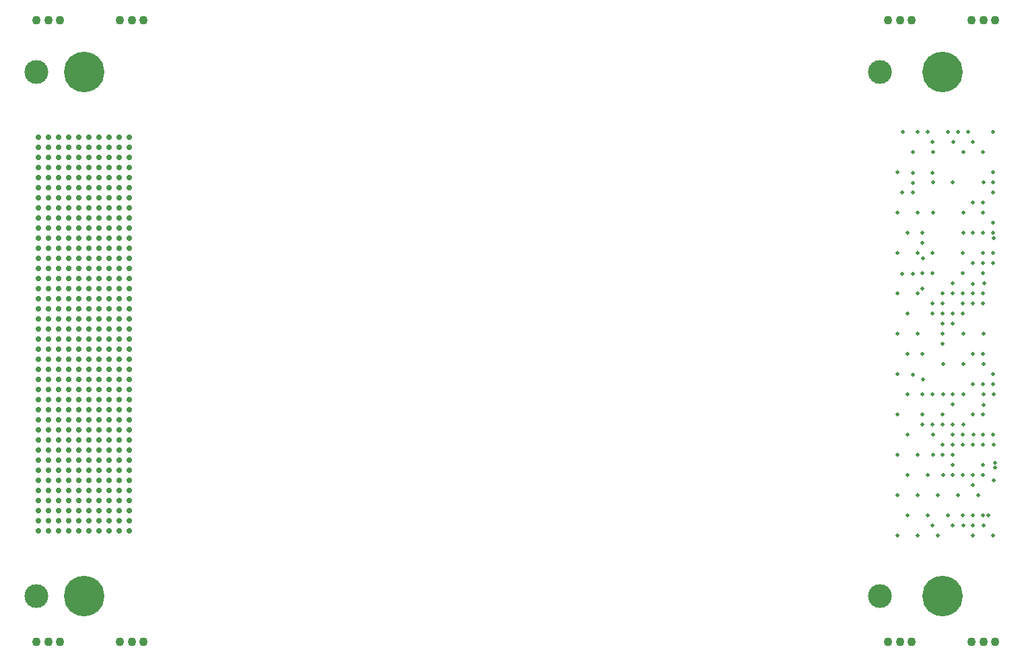
<source format=gbs>
G04*
G04 #@! TF.GenerationSoftware,Altium Limited,Altium Designer,21.3.2 (30)*
G04*
G04 Layer_Color=16711935*
%FSAX43Y43*%
%MOMM*%
G71*
G04*
G04 #@! TF.SameCoordinates,EF4D8ECE-9BF2-451C-8B03-F69CC279D8FA*
G04*
G04*
G04 #@! TF.FilePolarity,Negative*
G04*
G01*
G75*
%ADD12C,3.000*%
%ADD13C,0.737*%
%ADD14C,0.100*%
%ADD15C,0.500*%
%ADD16C,1.100*%
%ADD17C,5.100*%
D12*
X0427100Y0118000D02*
D03*
Y0184000D02*
D03*
X0321000D02*
D03*
Y0118000D02*
D03*
D13*
X0332715Y0175765D02*
D03*
X0331445D02*
D03*
X0330175D02*
D03*
X0328905D02*
D03*
X0327635D02*
D03*
X0326365D02*
D03*
X0325095D02*
D03*
X0323825D02*
D03*
X0322555D02*
D03*
X0321285D02*
D03*
X0332715Y0174495D02*
D03*
X0331445D02*
D03*
X0330175D02*
D03*
X0328905D02*
D03*
X0327635D02*
D03*
X0326365D02*
D03*
X0325095D02*
D03*
X0323825D02*
D03*
X0322555D02*
D03*
X0321285D02*
D03*
X0332715Y0173225D02*
D03*
X0331445D02*
D03*
X0330175D02*
D03*
X0328905D02*
D03*
X0327635D02*
D03*
X0326365D02*
D03*
X0325095D02*
D03*
X0323825D02*
D03*
X0322555D02*
D03*
X0321285D02*
D03*
X0332715Y0171955D02*
D03*
X0331445D02*
D03*
X0330175D02*
D03*
X0328905D02*
D03*
X0327635D02*
D03*
X0326365D02*
D03*
X0325095D02*
D03*
X0323825D02*
D03*
X0322555D02*
D03*
X0321285D02*
D03*
X0332715Y0170685D02*
D03*
X0331445D02*
D03*
X0330175D02*
D03*
X0328905D02*
D03*
X0327635D02*
D03*
X0326365D02*
D03*
X0325095D02*
D03*
X0323825D02*
D03*
X0322555D02*
D03*
X0321285D02*
D03*
X0332715Y0169415D02*
D03*
X0331445D02*
D03*
X0330175D02*
D03*
X0328905D02*
D03*
X0327635D02*
D03*
X0326365D02*
D03*
X0325095D02*
D03*
X0323825D02*
D03*
X0322555D02*
D03*
X0321285D02*
D03*
X0332715Y0168145D02*
D03*
X0331445D02*
D03*
X0330175D02*
D03*
X0328905D02*
D03*
X0327635D02*
D03*
X0326365D02*
D03*
X0325095D02*
D03*
X0323825D02*
D03*
X0322555D02*
D03*
X0321285D02*
D03*
X0332715Y0166875D02*
D03*
X0331445D02*
D03*
X0330175D02*
D03*
X0328905D02*
D03*
X0327635D02*
D03*
X0326365D02*
D03*
X0325095D02*
D03*
X0323825D02*
D03*
X0322555D02*
D03*
X0321285D02*
D03*
X0332715Y0165605D02*
D03*
X0331445D02*
D03*
X0330175D02*
D03*
X0328905D02*
D03*
X0327635D02*
D03*
X0326365D02*
D03*
X0325095D02*
D03*
X0323825D02*
D03*
X0322555D02*
D03*
X0321285D02*
D03*
X0332715Y0164335D02*
D03*
X0331445D02*
D03*
X0330175D02*
D03*
X0328905D02*
D03*
X0327635D02*
D03*
X0326365D02*
D03*
X0325095D02*
D03*
X0322555D02*
D03*
X0321285D02*
D03*
X0332715Y0163065D02*
D03*
X0331445D02*
D03*
X0330175D02*
D03*
X0328905D02*
D03*
X0327635D02*
D03*
X0326365D02*
D03*
X0325095D02*
D03*
X0322555D02*
D03*
X0321285D02*
D03*
X0332715Y0161795D02*
D03*
X0331445D02*
D03*
X0330175D02*
D03*
X0328905D02*
D03*
X0327635D02*
D03*
X0326365D02*
D03*
X0325095D02*
D03*
X0323825D02*
D03*
X0322555D02*
D03*
X0321285D02*
D03*
X0332715Y0160525D02*
D03*
X0331445D02*
D03*
X0330175D02*
D03*
X0328905D02*
D03*
X0327635D02*
D03*
X0326365D02*
D03*
X0325095D02*
D03*
X0323825D02*
D03*
X0322555D02*
D03*
X0321285D02*
D03*
X0332715Y0159255D02*
D03*
X0331445D02*
D03*
X0330175D02*
D03*
X0328905D02*
D03*
X0327635D02*
D03*
X0326365D02*
D03*
X0325095D02*
D03*
X0322555D02*
D03*
X0321285D02*
D03*
X0332715Y0157985D02*
D03*
X0331445D02*
D03*
X0330175D02*
D03*
X0328905D02*
D03*
X0327635D02*
D03*
X0326365D02*
D03*
X0325095D02*
D03*
X0323825D02*
D03*
X0322555D02*
D03*
X0321285D02*
D03*
X0332715Y0156715D02*
D03*
X0331445D02*
D03*
X0330175D02*
D03*
X0328905D02*
D03*
X0327635D02*
D03*
X0326365D02*
D03*
X0325095D02*
D03*
X0323825D02*
D03*
X0322555D02*
D03*
X0321285D02*
D03*
X0332715Y0155445D02*
D03*
X0331445D02*
D03*
X0330175D02*
D03*
X0328905D02*
D03*
X0327635D02*
D03*
X0326365D02*
D03*
X0323825D02*
D03*
X0322555D02*
D03*
X0321285D02*
D03*
X0332715Y0154175D02*
D03*
X0331445D02*
D03*
X0330175D02*
D03*
X0328905D02*
D03*
X0327635D02*
D03*
X0326365D02*
D03*
X0323825D02*
D03*
X0322555D02*
D03*
X0321285D02*
D03*
X0332715Y0152905D02*
D03*
X0331445D02*
D03*
X0330175D02*
D03*
X0328905D02*
D03*
X0327635D02*
D03*
X0326365D02*
D03*
X0325095D02*
D03*
X0323825D02*
D03*
X0322555D02*
D03*
X0321285D02*
D03*
X0332715Y0151635D02*
D03*
X0331445D02*
D03*
X0330175D02*
D03*
X0328905D02*
D03*
X0327635D02*
D03*
X0326365D02*
D03*
X0325095D02*
D03*
X0323825D02*
D03*
X0322555D02*
D03*
X0321285D02*
D03*
X0332715Y0150365D02*
D03*
X0331445D02*
D03*
X0330175D02*
D03*
X0328905D02*
D03*
X0327635D02*
D03*
X0326365D02*
D03*
X0325095D02*
D03*
X0323825D02*
D03*
X0322555D02*
D03*
X0321285D02*
D03*
X0332715Y0149095D02*
D03*
X0331445D02*
D03*
X0330175D02*
D03*
X0328905D02*
D03*
X0327635D02*
D03*
X0326365D02*
D03*
X0325095D02*
D03*
X0323825D02*
D03*
X0322555D02*
D03*
X0321285D02*
D03*
X0332715Y0147825D02*
D03*
X0331445D02*
D03*
X0330175D02*
D03*
X0328905D02*
D03*
X0327635D02*
D03*
X0326365D02*
D03*
X0325095D02*
D03*
X0323825D02*
D03*
X0322555D02*
D03*
X0321285D02*
D03*
X0332715Y0146555D02*
D03*
X0331445D02*
D03*
X0330175D02*
D03*
X0328905D02*
D03*
X0327635D02*
D03*
X0326365D02*
D03*
X0325095D02*
D03*
X0323825D02*
D03*
X0322555D02*
D03*
X0321285D02*
D03*
X0332715Y0145285D02*
D03*
X0331445D02*
D03*
X0330175D02*
D03*
X0328905D02*
D03*
X0327635D02*
D03*
X0326365D02*
D03*
X0325095D02*
D03*
X0323825D02*
D03*
X0322555D02*
D03*
X0321285D02*
D03*
X0332715Y0144015D02*
D03*
X0331445D02*
D03*
X0330175D02*
D03*
X0328905D02*
D03*
X0327635D02*
D03*
X0326365D02*
D03*
X0323825D02*
D03*
X0322555D02*
D03*
X0321285D02*
D03*
X0332715Y0142745D02*
D03*
X0331445D02*
D03*
X0330175D02*
D03*
X0328905D02*
D03*
X0327635D02*
D03*
X0326365D02*
D03*
X0323825D02*
D03*
X0322555D02*
D03*
X0321285D02*
D03*
X0332715Y0141475D02*
D03*
X0331445D02*
D03*
X0330175D02*
D03*
X0328905D02*
D03*
X0327635D02*
D03*
X0326365D02*
D03*
X0325095D02*
D03*
X0323825D02*
D03*
X0322555D02*
D03*
X0321285D02*
D03*
X0332715Y0140205D02*
D03*
X0331445D02*
D03*
X0330175D02*
D03*
X0328905D02*
D03*
X0327635D02*
D03*
X0326365D02*
D03*
X0323825D02*
D03*
X0322555D02*
D03*
X0321285D02*
D03*
X0332715Y0138935D02*
D03*
X0331445D02*
D03*
X0330175D02*
D03*
X0328905D02*
D03*
X0327635D02*
D03*
X0326365D02*
D03*
X0323825D02*
D03*
X0322555D02*
D03*
X0321285D02*
D03*
X0332715Y0137665D02*
D03*
X0331445D02*
D03*
X0330175D02*
D03*
X0328905D02*
D03*
X0327635D02*
D03*
X0326365D02*
D03*
X0325095D02*
D03*
X0323825D02*
D03*
X0322555D02*
D03*
X0321285D02*
D03*
X0332715Y0136395D02*
D03*
X0331445D02*
D03*
X0330175D02*
D03*
X0328905D02*
D03*
X0327635D02*
D03*
X0326365D02*
D03*
X0325095D02*
D03*
X0323825D02*
D03*
X0322555D02*
D03*
X0321285D02*
D03*
X0332715Y0135125D02*
D03*
X0331445D02*
D03*
X0330175D02*
D03*
X0328905D02*
D03*
X0327635D02*
D03*
X0326365D02*
D03*
X0325095D02*
D03*
X0323825D02*
D03*
X0322555D02*
D03*
X0321285D02*
D03*
X0332715Y0133855D02*
D03*
X0331445D02*
D03*
X0330175D02*
D03*
X0328905D02*
D03*
X0327635D02*
D03*
X0326365D02*
D03*
X0325095D02*
D03*
X0323825D02*
D03*
X0322555D02*
D03*
X0321285D02*
D03*
X0332715Y0132585D02*
D03*
X0331445D02*
D03*
X0330175D02*
D03*
X0328905D02*
D03*
X0327635D02*
D03*
X0326365D02*
D03*
X0325095D02*
D03*
X0323825D02*
D03*
X0322555D02*
D03*
X0321285D02*
D03*
X0332715Y0131315D02*
D03*
X0331445D02*
D03*
X0330175D02*
D03*
X0328905D02*
D03*
X0327635D02*
D03*
X0326365D02*
D03*
X0325095D02*
D03*
X0323825D02*
D03*
X0322555D02*
D03*
X0321285D02*
D03*
X0332715Y0130045D02*
D03*
X0331445D02*
D03*
X0330175D02*
D03*
X0328905D02*
D03*
X0327635D02*
D03*
X0326365D02*
D03*
X0325095D02*
D03*
X0323825D02*
D03*
X0322555D02*
D03*
X0321285D02*
D03*
X0332715Y0128775D02*
D03*
X0331445D02*
D03*
X0330175D02*
D03*
X0328905D02*
D03*
X0327635D02*
D03*
X0326365D02*
D03*
X0325095D02*
D03*
X0323825D02*
D03*
X0322555D02*
D03*
X0321285D02*
D03*
X0332715Y0127505D02*
D03*
X0331445D02*
D03*
X0330175D02*
D03*
X0328905D02*
D03*
X0327635D02*
D03*
X0326365D02*
D03*
X0325095D02*
D03*
X0323825D02*
D03*
X0322555D02*
D03*
X0321285D02*
D03*
X0332715Y0126235D02*
D03*
X0331445D02*
D03*
X0330175D02*
D03*
X0328905D02*
D03*
X0327635D02*
D03*
X0326365D02*
D03*
X0325095D02*
D03*
X0323825D02*
D03*
X0322555D02*
D03*
X0321285D02*
D03*
X0325095Y0144015D02*
D03*
Y0142745D02*
D03*
Y0140205D02*
D03*
Y0138935D02*
D03*
Y0154175D02*
D03*
Y0155445D02*
D03*
X0323825Y0159255D02*
D03*
Y0164335D02*
D03*
Y0163065D02*
D03*
D14*
X0431961Y0123809D02*
D03*
X0435009Y0178191D02*
D03*
X0327000Y0123809D02*
D03*
X0330048Y0178191D02*
D03*
D15*
X0440200Y0157400D02*
D03*
X0429900Y0158600D02*
D03*
X0431200D02*
D03*
X0440100Y0142100D02*
D03*
X0431200Y0145900D02*
D03*
X0438800Y0157300D02*
D03*
X0441400Y0143400D02*
D03*
X0433750Y0170060D02*
D03*
X0437600Y0126900D02*
D03*
X0440100D02*
D03*
X0441609Y0134771D02*
D03*
Y0134221D02*
D03*
X0438809Y0126906D02*
D03*
X0436911Y0176404D02*
D03*
X0431834Y0176416D02*
D03*
X0431209Y0168806D02*
D03*
Y0171306D02*
D03*
Y0170006D02*
D03*
X0433709Y0171306D02*
D03*
X0440085Y0173870D02*
D03*
X0432464Y0140841D02*
D03*
X0437554Y0139581D02*
D03*
X0436274D02*
D03*
X0434998Y0139572D02*
D03*
X0438824Y0138311D02*
D03*
X0433744Y0166241D02*
D03*
X0437554Y0166251D02*
D03*
X0440084Y0166241D02*
D03*
X0437544Y0161171D02*
D03*
X0437554Y0163701D02*
D03*
X0440084Y0161171D02*
D03*
X0433734Y0161161D02*
D03*
X0437544Y0158621D02*
D03*
X0440084D02*
D03*
X0437544Y0153551D02*
D03*
X0438814Y0154821D02*
D03*
X0440084Y0154811D02*
D03*
X0435004Y0153551D02*
D03*
X0433744Y0135761D02*
D03*
X0440084Y0134501D02*
D03*
X0436274Y0135771D02*
D03*
X0436241Y0170057D02*
D03*
X0431204Y0173861D02*
D03*
X0433744D02*
D03*
X0440093Y0170045D02*
D03*
X0429933Y0176395D02*
D03*
X0433735Y0175147D02*
D03*
X0436283Y0175125D02*
D03*
X0437553Y0173855D02*
D03*
X0438815Y0175147D02*
D03*
X0440093Y0150995D02*
D03*
X0437553D02*
D03*
X0434998Y0149732D02*
D03*
X0432465Y0148477D02*
D03*
X0440093Y0147185D02*
D03*
X0437553D02*
D03*
X0435013D02*
D03*
X0440093Y0143375D02*
D03*
X0437553D02*
D03*
X0435013D02*
D03*
X0433743Y0138295D02*
D03*
X0441363Y0137025D02*
D03*
X0436205Y0134507D02*
D03*
X0438808Y0131952D02*
D03*
X0435020Y0133230D02*
D03*
X0437545Y0128157D02*
D03*
X0438818Y0163692D02*
D03*
X0433104Y0128156D02*
D03*
X0430564Y0163716D02*
D03*
Y0133236D02*
D03*
X0438184Y0176416D02*
D03*
X0432478Y0145291D02*
D03*
X0433104Y0176416D02*
D03*
X0440078Y0148462D02*
D03*
X0431834Y0125597D02*
D03*
X0441348Y0144652D02*
D03*
X0430564Y0148476D02*
D03*
Y0128156D02*
D03*
X0436914Y0130677D02*
D03*
X0438818Y0156072D02*
D03*
X0435644Y0176416D02*
D03*
X0429294Y0145917D02*
D03*
X0440078Y0167512D02*
D03*
X0441348Y0163702D02*
D03*
X0431834Y0130677D02*
D03*
Y0135757D02*
D03*
X0429294Y0125597D02*
D03*
Y0171317D02*
D03*
X0438818Y0148452D02*
D03*
X0436268Y0157352D02*
D03*
X0429294Y0135757D02*
D03*
Y0161157D02*
D03*
X0437538Y0133222D02*
D03*
X0440724Y0128156D02*
D03*
X0430564Y0138316D02*
D03*
X0431834Y0156077D02*
D03*
X0441368Y0163071D02*
D03*
X0431834Y0161157D02*
D03*
X0429294Y0156077D02*
D03*
X0434998Y0135762D02*
D03*
X0441348Y0171322D02*
D03*
X0434374Y0125597D02*
D03*
X0435644Y0128156D02*
D03*
X0431834Y0150997D02*
D03*
X0434998Y0137032D02*
D03*
X0441348Y0170042D02*
D03*
X0433728Y0154812D02*
D03*
X0429294Y0140837D02*
D03*
X0441348Y0159892D02*
D03*
X0433728Y0143382D02*
D03*
X0437538Y0154812D02*
D03*
X0436268Y0137032D02*
D03*
X0441342Y0168771D02*
D03*
X0439454Y0130677D02*
D03*
X0430564Y0143396D02*
D03*
X0440078Y0140842D02*
D03*
X0432478Y0160531D02*
D03*
X0438818Y0133212D02*
D03*
X0441368Y0132591D02*
D03*
X0440078Y0133222D02*
D03*
X0438818Y0137022D02*
D03*
X0431834Y0166237D02*
D03*
X0440078Y0137032D02*
D03*
X0440088Y0138292D02*
D03*
X0429294Y0130677D02*
D03*
Y0166237D02*
D03*
X0436278Y0133212D02*
D03*
X0432458Y0163702D02*
D03*
X0438818Y0167502D02*
D03*
X0434998Y0154812D02*
D03*
X0437538Y0156082D02*
D03*
X0433728Y0126862D02*
D03*
X0432468Y0158612D02*
D03*
X0433728Y0158622D02*
D03*
X0432458Y0162432D02*
D03*
X0434998Y0151002D02*
D03*
Y0152272D02*
D03*
X0441348Y0164972D02*
D03*
X0434998Y0156082D02*
D03*
X0433728Y0153542D02*
D03*
X0432468Y0143372D02*
D03*
X0441348Y0138302D02*
D03*
X0432468Y0139562D02*
D03*
X0433728Y0139572D02*
D03*
X0440078Y0163702D02*
D03*
X0441348Y0145922D02*
D03*
X0429294Y0150997D02*
D03*
X0436268Y0138302D02*
D03*
X0434998Y0140842D02*
D03*
X0441348Y0125602D02*
D03*
X0438808D02*
D03*
X0430564Y0153556D02*
D03*
X0436268Y0126862D02*
D03*
X0437538Y0138292D02*
D03*
X0438818Y0128132D02*
D03*
X0437538Y0137022D02*
D03*
X0440078Y0128142D02*
D03*
X0436268Y0152272D02*
D03*
Y0153542D02*
D03*
Y0156082D02*
D03*
X0438818Y0159882D02*
D03*
X0441348Y0161162D02*
D03*
X0432459Y0156721D02*
D03*
X0440078Y0159892D02*
D03*
X0433104Y0133236D02*
D03*
X0440078Y0156082D02*
D03*
X0438818Y0144642D02*
D03*
X0440078Y0144652D02*
D03*
X0438818Y0140832D02*
D03*
X0434374Y0130677D02*
D03*
X0436247Y0143383D02*
D03*
X0436254Y0142120D02*
D03*
X0429918Y0168800D02*
D03*
X0441348Y0176392D02*
D03*
D16*
X0331500Y0190500D02*
D03*
X0333000D02*
D03*
X0334500D02*
D03*
X0431100Y0112250D02*
D03*
X0429600D02*
D03*
X0428100D02*
D03*
X0331500Y0112250D02*
D03*
X0333000D02*
D03*
X0334500D02*
D03*
X0428100Y0190500D02*
D03*
X0429600D02*
D03*
X0431100D02*
D03*
X0441600Y0190500D02*
D03*
X0440100D02*
D03*
X0438600D02*
D03*
X0441600Y0112250D02*
D03*
X0440100D02*
D03*
X0438600D02*
D03*
X0321000D02*
D03*
X0322500D02*
D03*
X0324000D02*
D03*
X0324000Y0190500D02*
D03*
X0322500D02*
D03*
X0321000D02*
D03*
D17*
X0435000Y0184000D02*
D03*
Y0118000D02*
D03*
X0327000Y0184000D02*
D03*
X0327000Y0118000D02*
D03*
M02*

</source>
